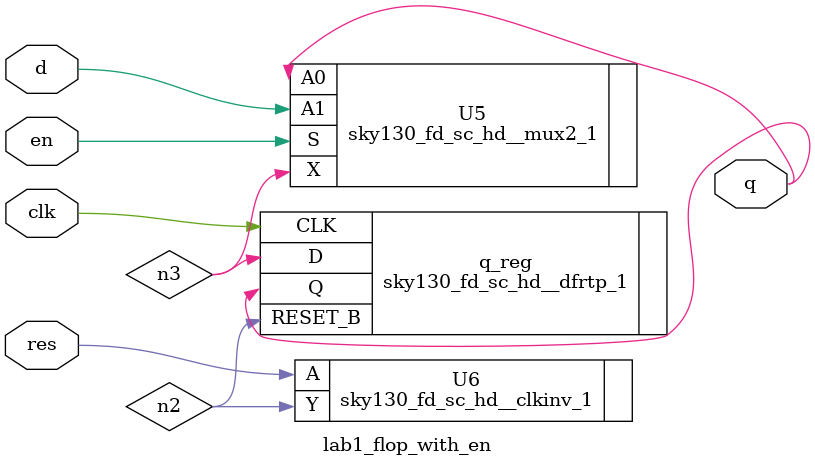
<source format=v>


module lab1_flop_with_en ( res, clk, d, en, q );
  input res, clk, d, en;
  output q;
  wire   n2, n3;

  sky130_fd_sc_hd__dfrtp_1 q_reg ( .D(n3), .CLK(clk), .RESET_B(n2), .Q(q) );
  sky130_fd_sc_hd__mux2_1 U5 ( .A0(q), .A1(d), .S(en), .X(n3) );
  sky130_fd_sc_hd__clkinv_1 U6 ( .A(res), .Y(n2) );
endmodule


</source>
